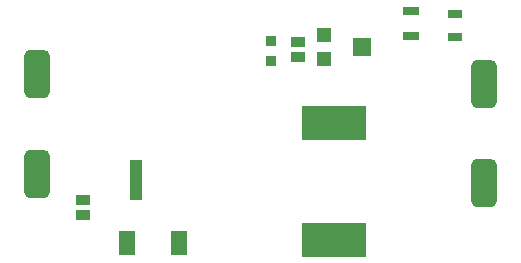
<source format=gtp>
G04*
G04 #@! TF.GenerationSoftware,Altium Limited,Altium Designer,22.3.1 (43)*
G04*
G04 Layer_Color=8421504*
%FSLAX25Y25*%
%MOIN*%
G70*
G04*
G04 #@! TF.SameCoordinates,148C8EC3-FA1E-4D1B-B791-449684C16175*
G04*
G04*
G04 #@! TF.FilePolarity,Positive*
G04*
G01*
G75*
%ADD15R,0.21300X0.11400*%
G04:AMPARAMS|DCode=16|XSize=159.06mil|YSize=83.46mil|CornerRadius=16.69mil|HoleSize=0mil|Usage=FLASHONLY|Rotation=90.000|XOffset=0mil|YOffset=0mil|HoleType=Round|Shape=RoundedRectangle|*
%AMROUNDEDRECTD16*
21,1,0.15906,0.05008,0,0,90.0*
21,1,0.12567,0.08346,0,0,90.0*
1,1,0.03339,0.02504,0.06284*
1,1,0.03339,0.02504,-0.06284*
1,1,0.03339,-0.02504,-0.06284*
1,1,0.03339,-0.02504,0.06284*
%
%ADD16ROUNDEDRECTD16*%
%ADD17R,0.03937X0.13780*%
%ADD18R,0.05700X0.03000*%
%ADD19R,0.05906X0.06299*%
%ADD20R,0.04900X0.04902*%
%ADD21R,0.05118X0.03543*%
%ADD22R,0.05118X0.03150*%
%ADD23R,0.03347X0.03347*%
%ADD24R,0.05512X0.07874*%
D15*
X124508Y50000D02*
D03*
Y11024D02*
D03*
D16*
X25591Y66201D02*
D03*
Y33012D02*
D03*
X174409Y63051D02*
D03*
Y29862D02*
D03*
D17*
X58366Y30807D02*
D03*
D18*
X150098Y78969D02*
D03*
Y87369D02*
D03*
D19*
X133858Y75197D02*
D03*
D20*
X120965Y71161D02*
D03*
Y79232D02*
D03*
D21*
X112500Y71850D02*
D03*
Y76968D02*
D03*
X40945Y24213D02*
D03*
Y19094D02*
D03*
D22*
X164764Y78642D02*
D03*
Y86122D02*
D03*
D23*
X103445Y70473D02*
D03*
Y77165D02*
D03*
D24*
X55413Y9843D02*
D03*
X72729D02*
D03*
M02*

</source>
